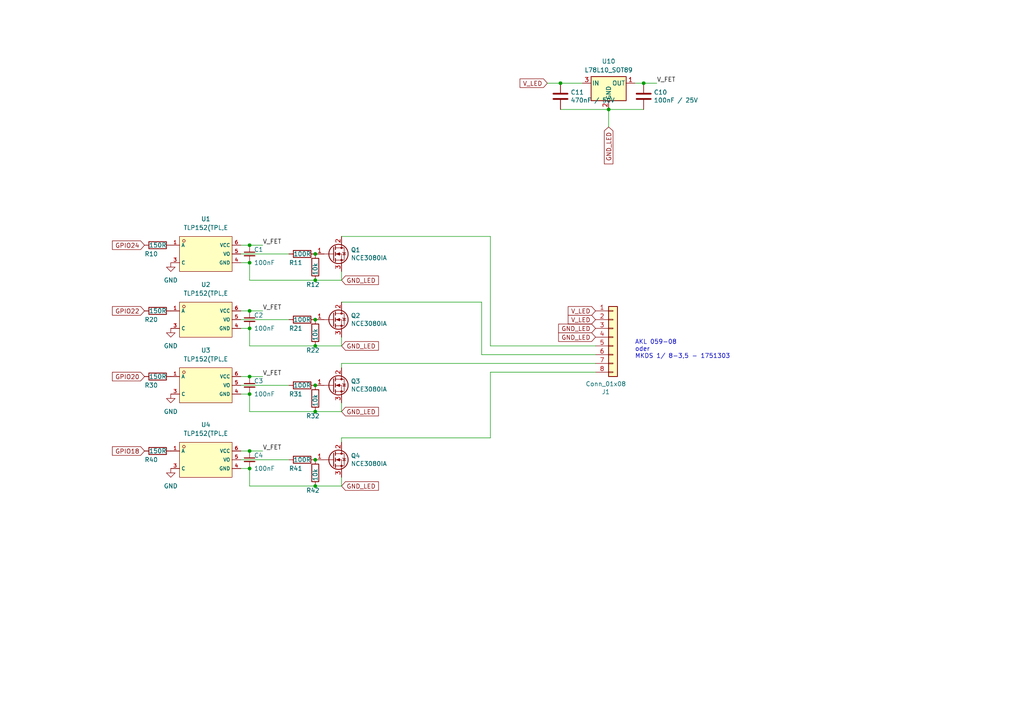
<source format=kicad_sch>
(kicad_sch (version 20230121) (generator eeschema)
  (paper "A4")
  (title_block (title "LED-UP1-4x24V") (date "2024-03-28") (rev "V00.01") (company "OpenKNX") (comment 1 "by Ing-Dom <dom@sing-dom.de>") (comment 4 "https://OpenKNX.de"))
  (lib_symbols
    (symbol "Connector_Generic:Conn_01x08" (pin_names (offset 1.016) hide)
      (property "Reference" "J" (at 0 10.16 0))
      (property "Value" "Conn_01x08" (at 0 -12.7 0))
      (symbol "Conn_01x08_1_1"
        (rectangle (start -1.27 -10.033) (end 0 -10.287) (stroke (width 0.1524)))
        (rectangle (start -1.27 -7.493) (end 0 -7.747) (stroke (width 0.1524)))
        (rectangle (start -1.27 -4.953) (end 0 -5.207) (stroke (width 0.1524)))
        (rectangle (start -1.27 -2.413) (end 0 -2.667) (stroke (width 0.1524)))
        (rectangle (start -1.27 0.127) (end 0 -0.127) (stroke (width 0.1524)))
        (rectangle (start -1.27 2.667) (end 0 2.413) (stroke (width 0.1524)))
        (rectangle (start -1.27 5.207) (end 0 4.953) (stroke (width 0.1524)))
        (rectangle (start -1.27 7.747) (end 0 7.493) (stroke (width 0.1524)))
        (rectangle (start -1.27 8.89) (end 1.27 -11.43) (stroke (width 0.254)) (fill (type background)))
        (pin passive line (at -5.08 7.62 0) (length 3.81) (name "Pin_1") (number "1"))
        (pin passive line (at -5.08 5.08 0) (length 3.81) (name "Pin_2") (number "2"))
        (pin passive line (at -5.08 2.54 0) (length 3.81) (name "Pin_3") (number "3"))
        (pin passive line (at -5.08 0 0) (length 3.81) (name "Pin_4") (number "4"))
        (pin passive line (at -5.08 -2.54 0) (length 3.81) (name "Pin_5") (number "5"))
        (pin passive line (at -5.08 -5.08 0) (length 3.81) (name "Pin_6") (number "6"))
        (pin passive line (at -5.08 -7.62 0) (length 3.81) (name "Pin_7") (number "7"))
        (pin passive line (at -5.08 -10.16 0) (length 3.81) (name "Pin_8") (number "8"))
      )
    )
    (symbol "Device:C" (pin_numbers hide) (pin_names (offset 0.254))
      (property "Reference" "C" (at 0.635 2.54 0))
      (property "Value" "C" (at 0.635 -2.54 0))
      (symbol "C_0_1"
        (polyline (pts (xy -2.032 -0.762) (xy 2.032 -0.762)) (stroke (width 0.508)))
        (polyline (pts (xy -2.032 0.762) (xy 2.032 0.762)) (stroke (width 0.508)))
      )
      (symbol "C_1_1"
        (pin passive line (at 0 3.81 270) (length 2.794) (name "~") (number "1"))
        (pin passive line (at 0 -3.81 90) (length 2.794) (name "~") (number "2"))
      )
    )
    (symbol "Device:C_Small" (pin_numbers hide) (pin_names (offset 0.254) hide)
      (property "Reference" "C" (at 0.254 1.778 0))
      (property "Value" "C_Small" (at 0.254 -2.032 0))
      (symbol "C_Small_0_1"
        (polyline (pts (xy -1.524 -0.508) (xy 1.524 -0.508)) (stroke (width 0.3302)))
        (polyline (pts (xy -1.524 0.508) (xy 1.524 0.508)) (stroke (width 0.3048)))
      )
      (symbol "C_Small_1_1"
        (pin passive line (at 0 2.54 270) (length 2.032) (name "~") (number "1"))
        (pin passive line (at 0 -2.54 90) (length 2.032) (name "~") (number "2"))
      )
    )
    (symbol "Device:R" (pin_numbers hide) (pin_names (offset 0))
      (property "Reference" "R" (at 2.032 0 90))
      (property "Value" "R" (at 0 0 90))
      (symbol "R_0_1"
        (rectangle (start -1.016 -2.54) (end 1.016 2.54) (stroke (width 0.254)))
      )
      (symbol "R_1_1"
        (pin passive line (at 0 3.81 270) (length 1.27) (name "~") (number "1"))
        (pin passive line (at 0 -3.81 90) (length 1.27) (name "~") (number "2"))
      )
    )
    (symbol "EasyEDALib:TLP152(TPL,E"
      (property "Reference" "U" (at 0 1.27 0))
      (property "Value" "TLP152(TPL,E" (at 0 -2.54 0))
      (symbol "TLP152(TPL,E_0_1"
        (rectangle (start -7.62 5.08) (end 7.62 -5.08) (fill (type background)))
        (circle (center -6.35 3.81) (radius 0.381) (fill (type background)))
        (pin unspecified line (at -10.16 2.54 0) (length 2.54) (name "A") (number "1"))
        (pin unspecified line (at -10.16 -2.54 0) (length 2.54) (name "C") (number "3"))
        (pin unspecified line (at 10.16 -2.54 180) (length 2.54) (name "GND") (number "4"))
        (pin unspecified line (at 10.16 0 180) (length 2.54) (name "VO") (number "5"))
        (pin unspecified line (at 10.16 2.54 180) (length 2.54) (name "VCC") (number "6"))
      )
    )
    (symbol "Regulator_Linear:L78L10_SOT89" (pin_names (offset 0.254))
      (property "Reference" "U" (at -3.81 3.175 0))
      (property "Value" "L78L10_SOT89" (at -0.635 3.175 0))
      (symbol "L78L10_SOT89_0_1"
        (rectangle (start -5.08 1.905) (end 5.08 -5.08) (stroke (width 0.254)) (fill (type background)))
      )
      (symbol "L78L10_SOT89_1_1"
        (pin power_out line (at 7.62 0 180) (length 2.54) (name "OUT") (number "1"))
        (pin power_in line (at 0 -7.62 90) (length 2.54) (name "GND") (number "2"))
        (pin power_in line (at -7.62 0 0) (length 2.54) (name "IN") (number "3"))
      )
    )
    (symbol "Transistor_FET:IRF3205" (pin_names hide)
      (property "Reference" "Q" (at 6.35 1.905 0))
      (property "Value" "IRF3205" (at 6.35 0 0))
      (symbol "IRF3205_0_1"
        (polyline (pts (xy 0.254 0) (xy -2.54 0)))
        (polyline (pts (xy 0.254 1.905) (xy 0.254 -1.905)) (stroke (width 0.254)))
        (polyline (pts (xy 0.762 -1.27) (xy 0.762 -2.286)) (stroke (width 0.254)))
        (polyline (pts (xy 0.762 0.508) (xy 0.762 -0.508)) (stroke (width 0.254)))
        (polyline (pts (xy 0.762 2.286) (xy 0.762 1.27)) (stroke (width 0.254)))
        (polyline (pts (xy 2.54 2.54) (xy 2.54 1.778)))
        (polyline (pts (xy 2.54 -2.54) (xy 2.54 0) (xy 0.762 0)))
        (polyline (pts (xy 0.762 -1.778) (xy 3.302 -1.778) (xy 3.302 1.778) (xy 0.762 1.778)))
        (polyline (pts (xy 1.016 0) (xy 2.032 0.381) (xy 2.032 -0.381) (xy 1.016 0)) (fill (type outline)))
        (polyline (pts (xy 2.794 0.508) (xy 2.921 0.381) (xy 3.683 0.381) (xy 3.81 0.254)))
        (polyline (pts (xy 3.302 0.381) (xy 2.921 -0.254) (xy 3.683 -0.254) (xy 3.302 0.381)))
        (circle (center 1.651 0) (radius 2.794) (stroke (width 0.254)))
        (circle (center 2.54 -1.778) (radius 0.254) (fill (type outline)))
        (circle (center 2.54 1.778) (radius 0.254) (fill (type outline)))
      )
      (symbol "IRF3205_1_1"
        (pin input line (at -5.08 0 0) (length 2.54) (name "G") (number "1"))
        (pin passive line (at 2.54 5.08 270) (length 2.54) (name "D") (number "2"))
        (pin passive line (at 2.54 -5.08 90) (length 2.54) (name "S") (number "3"))
      )
    )
    (symbol "power:GND" (power) (pin_names (offset 0))
      (property "Value" "GND" (at 0 -3.81 0))
      (symbol "GND_0_1"
        (polyline (pts (xy 0 0) (xy 0 -1.27) (xy 1.27 -1.27) (xy 0 -2.54) (xy -1.27 -1.27) (xy 0 -1.27)))
      )
      (symbol "GND_1_1"
        (pin power_in line (at 0 0 270) (length 0) hide (name "GND") (number "1"))
      )
    )
  )
  (junction (at 91.44 92.71))
  (junction (at 162.56 24.13))
  (junction (at 91.44 73.66))
  (junction (at 91.44 81.28))
  (junction (at 91.44 111.76))
  (junction (at 91.44 140.97))
  (junction (at 72.39 76.2))
  (junction (at 72.39 114.3))
  (junction (at 91.44 100.33))
  (junction (at 91.44 119.38))
  (junction (at 186.69 24.13))
  (junction (at 72.39 130.81))
  (junction (at 91.44 133.35))
  (junction (at 72.39 135.89))
  (junction (at 176.53 31.75))
  (junction (at 72.39 95.25))
  (junction (at 72.39 90.17))
  (junction (at 72.39 109.22))
  (junction (at 72.39 71.12))
  (wire (pts (xy 72.39 90.17) (xy 76.2 90.17)))
  (wire (pts (xy 72.39 140.97) (xy 91.44 140.97)))
  (wire (pts (xy 99.06 116.84) (xy 99.06 119.38)))
  (wire (pts (xy 99.06 119.38) (xy 91.44 119.38)))
  (wire (pts (xy 69.85 135.89) (xy 72.39 135.89)))
  (wire (pts (xy 142.24 107.95) (xy 172.72 107.95)))
  (wire (pts (xy 69.85 130.81) (xy 72.39 130.81)))
  (wire (pts (xy 190.5 24.13) (xy 186.69 24.13)))
  (wire (pts (xy 99.06 78.74) (xy 99.06 81.28)))
  (wire (pts (xy 72.39 114.3) (xy 72.39 119.38)))
  (wire (pts (xy 72.39 119.38) (xy 91.44 119.38)))
  (wire (pts (xy 69.85 92.71) (xy 83.82 92.71)))
  (wire (pts (xy 142.24 68.58) (xy 142.24 100.33)))
  (wire (pts (xy 139.7 87.63) (xy 99.06 87.63)))
  (wire (pts (xy 69.85 133.35) (xy 83.82 133.35)))
  (wire (pts (xy 69.85 111.76) (xy 83.82 111.76)))
  (wire (pts (xy 142.24 127) (xy 99.06 127)))
  (wire (pts (xy 186.69 31.75) (xy 176.53 31.75)))
  (wire (pts (xy 72.39 100.33) (xy 91.44 100.33)))
  (wire (pts (xy 72.39 130.81) (xy 76.2 130.81)))
  (wire (pts (xy 69.85 76.2) (xy 72.39 76.2)))
  (wire (pts (xy 172.72 100.33) (xy 142.24 100.33)))
  (wire (pts (xy 72.39 81.28) (xy 91.44 81.28)))
  (wire (pts (xy 72.39 135.89) (xy 72.39 140.97)))
  (wire (pts (xy 139.7 87.63) (xy 139.7 102.87)))
  (wire (pts (xy 158.75 24.13) (xy 162.56 24.13)))
  (wire (pts (xy 176.53 31.75) (xy 176.53 36.83)))
  (wire (pts (xy 99.06 97.79) (xy 99.06 100.33)))
  (wire (pts (xy 184.15 24.13) (xy 186.69 24.13)))
  (wire (pts (xy 99.06 105.41) (xy 99.06 106.68)))
  (wire (pts (xy 99.06 138.43) (xy 99.06 140.97)))
  (wire (pts (xy 69.85 90.17) (xy 72.39 90.17)))
  (wire (pts (xy 162.56 31.75) (xy 176.53 31.75)))
  (wire (pts (xy 69.85 114.3) (xy 72.39 114.3)))
  (wire (pts (xy 72.39 95.25) (xy 72.39 100.33)))
  (wire (pts (xy 139.7 102.87) (xy 172.72 102.87)))
  (wire (pts (xy 99.06 100.33) (xy 91.44 100.33)))
  (wire (pts (xy 69.85 71.12) (xy 72.39 71.12)))
  (wire (pts (xy 69.85 73.66) (xy 83.82 73.66)))
  (wire (pts (xy 99.06 68.58) (xy 142.24 68.58)))
  (wire (pts (xy 142.24 127) (xy 142.24 107.95)))
  (wire (pts (xy 99.06 140.97) (xy 91.44 140.97)))
  (wire (pts (xy 72.39 76.2) (xy 72.39 81.28)))
  (wire (pts (xy 99.06 127) (xy 99.06 128.27)))
  (wire (pts (xy 69.85 95.25) (xy 72.39 95.25)))
  (wire (pts (xy 99.06 105.41) (xy 172.72 105.41)))
  (wire (pts (xy 69.85 109.22) (xy 72.39 109.22)))
  (wire (pts (xy 99.06 81.28) (xy 91.44 81.28)))
  (wire (pts (xy 72.39 71.12) (xy 76.2 71.12)))
  (wire (pts (xy 162.56 24.13) (xy 168.91 24.13)))
  (wire (pts (xy 72.39 109.22) (xy 76.2 109.22)))
  (text "AKL 059-08\noder\nMKDS 1/ 8-3,5 - 1751303" (at 184.15 104.14 0) (effects (font (size 1.27 1.27)) (justify left bottom)))
  (label "V_FET" (at 76.2 109.22 0))
  (label "V_FET" (at 76.2 71.12 0))
  (label "V_FET" (at 76.2 130.81 0))
  (label "V_FET" (at 76.2 90.17 0))
  (label "V_FET" (at 190.5 24.13 0))
  (global_label "GPIO24" (shape input) (at 41.91 71.12 180) (property "Intersheetrefs" "${INTERSHEET_REFS}" (effects hide)))
  (global_label "V_LED" (shape input) (at 172.72 92.71 180) (property "Intersheetrefs" "${INTERSHEET_REFS}" (effects hide)))
  (global_label "GND_LED" (shape input) (at 99.06 100.33 0) (property "Intersheetrefs" "${INTERSHEET_REFS}" (effects hide)))
  (global_label "V_LED" (shape input) (at 172.72 90.17 180) (property "Intersheetrefs" "${INTERSHEET_REFS}" (effects hide)))
  (global_label "GPIO18" (shape input) (at 41.91 130.81 180) (property "Intersheetrefs" "${INTERSHEET_REFS}" (effects hide)))
  (global_label "GND_LED" (shape input) (at 172.72 97.79 180) (property "Intersheetrefs" "${INTERSHEET_REFS}" (effects hide)))
  (global_label "GND_LED" (shape input) (at 99.06 119.38 0) (property "Intersheetrefs" "${INTERSHEET_REFS}" (effects hide)))
  (global_label "GND_LED" (shape input) (at 176.53 36.83 270) (property "Intersheetrefs" "${INTERSHEET_REFS}" (effects hide)))
  (global_label "GPIO22" (shape input) (at 41.91 90.17 180) (property "Intersheetrefs" "${INTERSHEET_REFS}" (effects hide)))
  (global_label "GPIO20" (shape input) (at 41.91 109.22 180) (property "Intersheetrefs" "${INTERSHEET_REFS}" (effects hide)))
  (global_label "GND_LED" (shape input) (at 99.06 140.97 0) (property "Intersheetrefs" "${INTERSHEET_REFS}" (effects hide)))
  (global_label "V_LED" (shape input) (at 158.75 24.13 180) (property "Intersheetrefs" "${INTERSHEET_REFS}" (effects hide)))
  (global_label "GND_LED" (shape input) (at 172.72 95.25 180) (property "Intersheetrefs" "${INTERSHEET_REFS}" (effects hide)))
  (global_label "GND_LED" (shape input) (at 99.06 81.28 0) (property "Intersheetrefs" "${INTERSHEET_REFS}" (effects hide)))
  (symbol (lib_id "Device:C") (at 186.69 27.94 0) (unit 1)
    (property "Reference" "C10" (at 189.611 26.7716 0) (effects (justify left)))
    (property "Value" "100nF / 25V" (at 189.611 29.083 0) (effects (justify left)))
    (property "Footprint" "Capacitor_SMD:C_0805_2012Metric" (effects hide))
    (property "LCSC" "C49678" (effects hide))
    (instances (project "LED-UP1-4x24V" (path "" (reference "C10") (unit 1))) (project "LED-UP1-6x24V" (path "" (reference "C4") (unit 1))))
  )
  (symbol (lib_id "Connector_Generic:Conn_01x08") (at 177.8 97.79 0) (unit 1)
    (property "Reference" "J1" (at 175.7172 113.665 0))
    (property "Value" "Conn_01x08" (at 175.7172 111.3536 0))
    (property "Footprint" "DomsKiCADLib:PhoenixContact_MKDS_1,5_8-G-3.5_1x08_P3.5mm_Horizontal" (effects hide))
    (property "LCSC" "C5184954" (effects hide))
  )
  (symbol (lib_id "Transistor_FET:IRF3205") (at 96.52 133.35 0) (unit 1)
    (property "Reference" "Q4" (at 101.7524 132.1816 0) (effects (justify left)))
    (property "Value" "NCE3080IA" (at 101.7524 134.493 0) (effects (justify left)))
    (property "Footprint" "DomsKiCADLib:TO-251-3_Vertical_lowprofile" (effects hide))
    (property "LCSC" "C326369" (effects hide))
  )
  (symbol (lib_id "Device:R") (at 91.44 137.16 180) (unit 1)
    (property "Reference" "R42" (at 92.71 142.24 0) (effects (justify left)))
    (property "Value" "10k" (at 91.44 135.89 90) (effects (justify left)))
    (property "Footprint" "Resistor_SMD:R_0402_1005Metric" (effects hide))
    (property "LCSC" "C25744" (effects hide))
    (instances (project "LED-UP1-4x24V" (path "" (reference "R42") (unit 1))) (project "LED-UP1-6x24V" (path "" (reference "R12") (unit 1))))
  )
  (symbol (lib_id "Device:R") (at 87.63 133.35 270) (unit 1)
    (property "Reference" "R41" (at 83.82 135.89 90) (effects (justify left)))
    (property "Value" "100R" (at 85.09 133.35 90) (effects (justify left)))
    (property "Footprint" "Resistor_SMD:R_0402_1005Metric" (effects hide))
    (property "LCSC" "C25076" (effects hide))
    (instances (project "LED-UP1-4x24V" (path "" (reference "R41") (unit 1))) (project "LED-UP1-6x24V" (path "" (reference "R13") (unit 1))))
  )
  (symbol (lib_id "Device:R") (at 45.72 109.22 270) (unit 1)
    (property "Reference" "R30" (at 41.91 111.76 90) (effects (justify left)))
    (property "Value" "150R" (at 43.18 109.22 90) (effects (justify left)))
    (property "Footprint" "Resistor_SMD:R_0603_1608Metric" (effects hide))
    (property "LCSC" "C22808" (effects hide))
    (instances (project "LED-UP1-4x24V" (path "" (reference "R30") (unit 1))) (project "LED-UP1-6x24V" (path "" (reference "R13") (unit 1))))
  )
  (symbol (lib_id "EasyEDALib:TLP152(TPL,E") (at 59.69 92.71 0) (unit 1)
    (property "Reference" "U2" (at 59.69 82.55 0))
    (property "Value" "TLP152(TPL,E" (at 59.69 85.09 0))
    (property "Footprint" "EasyEDALib:OPTO-SMD_SO-5_L4.6-W3.7-P1.27-BR" (effects hide))
    (property "Datasheet" "https://item.szlcsc.com/100698.html" (effects hide))
    (property "LCSC" "C150122" (effects hide))
  )
  (symbol (lib_id "power:GND") (at 49.53 114.3 0) (unit 1)
    (property "Reference" "#PWR019" (effects hide))
    (property "Value" "GND" (at 49.53 119.38 0))
  )
  (symbol (lib_id "power:GND") (at 49.53 76.2 0) (unit 1)
    (property "Reference" "#PWR014" (effects hide))
    (property "Value" "GND" (at 49.53 81.28 0))
  )
  (symbol (lib_id "Device:C_Small") (at 72.39 73.66 0) (unit 1)
    (property "Reference" "C1" (at 73.66 72.39 0) (effects (justify left)))
    (property "Value" "100nF" (at 73.66 76.2 0) (effects (justify left)))
    (property "Footprint" "Capacitor_SMD:C_0402_1005Metric" (effects hide))
    (property "LCSC" "C307331" (effects hide))
  )
  (symbol (lib_id "EasyEDALib:TLP152(TPL,E") (at 59.69 73.66 0) (unit 1)
    (property "Reference" "U1" (at 59.69 63.5 0))
    (property "Value" "TLP152(TPL,E" (at 59.69 66.04 0))
    (property "Footprint" "EasyEDALib:OPTO-SMD_SO-5_L4.6-W3.7-P1.27-BR" (effects hide))
    (property "Datasheet" "https://item.szlcsc.com/100698.html" (effects hide))
    (property "LCSC" "C150122" (effects hide))
  )
  (symbol (lib_id "Device:C_Small") (at 72.39 133.35 0) (unit 1)
    (property "Reference" "C4" (at 73.66 132.08 0) (effects (justify left)))
    (property "Value" "100nF" (at 73.66 135.89 0) (effects (justify left)))
    (property "Footprint" "Capacitor_SMD:C_0402_1005Metric" (effects hide))
    (property "LCSC" "C307331" (effects hide))
  )
  (symbol (lib_id "power:GND") (at 49.53 95.25 0) (unit 1)
    (property "Reference" "#PWR017" (effects hide))
    (property "Value" "GND" (at 49.53 100.33 0))
  )
  (symbol (lib_id "Device:C_Small") (at 72.39 111.76 0) (unit 1)
    (property "Reference" "C3" (at 73.66 110.49 0) (effects (justify left)))
    (property "Value" "100nF" (at 73.66 114.3 0) (effects (justify left)))
    (property "Footprint" "Capacitor_SMD:C_0402_1005Metric" (effects hide))
    (property "LCSC" "C307331" (effects hide))
  )
  (symbol (lib_id "Device:C") (at 162.56 27.94 0) (unit 1)
    (property "Reference" "C11" (at 165.481 26.7716 0) (effects (justify left)))
    (property "Value" "470nF / 50V" (at 165.481 29.083 0) (effects (justify left)))
    (property "Footprint" "Capacitor_SMD:C_0805_2012Metric" (effects hide))
    (property "LCSC" "C13967" (effects hide))
    (instances (project "LED-UP1-4x24V" (path "" (reference "C11") (unit 1))) (project "LED-UP1-6x24V" (path "" (reference "C4") (unit 1))))
  )
  (symbol (lib_id "Transistor_FET:IRF3205") (at 96.52 92.71 0) (unit 1)
    (property "Reference" "Q2" (at 101.7524 91.5416 0) (effects (justify left)))
    (property "Value" "NCE3080IA" (at 101.7524 93.853 0) (effects (justify left)))
    (property "Footprint" "DomsKiCADLib:TO-251-3_Vertical_lowprofile" (effects hide))
    (property "LCSC" "C326369" (effects hide))
    (instances (project "LED-UP1-4x24V" (path "" (reference "Q2") (unit 1))) (project "LED-UP1-6x24V" (path "" (reference "Q4") (unit 1))))
  )
  (symbol (lib_id "Device:R") (at 87.63 73.66 270) (unit 1)
    (property "Reference" "R11" (at 83.82 76.2 90) (effects (justify left)))
    (property "Value" "100R" (at 85.09 73.66 90) (effects (justify left)))
    (property "Footprint" "Resistor_SMD:R_0402_1005Metric" (effects hide))
    (property "LCSC" "C25076" (effects hide))
    (instances (project "LED-UP1-4x24V" (path "" (reference "R11") (unit 1))) (project "LED-UP1-6x24V" (path "" (reference "R13") (unit 1))))
  )
  (symbol (lib_id "EasyEDALib:TLP152(TPL,E") (at 59.69 133.35 0) (unit 1)
    (property "Reference" "U4" (at 59.69 123.19 0))
    (property "Value" "TLP152(TPL,E" (at 59.69 125.73 0))
    (property "Footprint" "EasyEDALib:OPTO-SMD_SO-5_L4.6-W3.7-P1.27-BR" (effects hide))
    (property "Datasheet" "https://item.szlcsc.com/100698.html" (effects hide))
    (property "LCSC" "C150122" (effects hide))
  )
  (symbol (lib_id "Device:R") (at 91.44 77.47 180) (unit 1)
    (property "Reference" "R12" (at 92.71 82.55 0) (effects (justify left)))
    (property "Value" "10k" (at 91.44 76.2 90) (effects (justify left)))
    (property "Footprint" "Resistor_SMD:R_0402_1005Metric" (effects hide))
    (property "LCSC" "C25744" (effects hide))
  )
  (symbol (lib_id "Transistor_FET:IRF3205") (at 96.52 73.66 0) (unit 1)
    (property "Reference" "Q1" (at 101.7524 72.4916 0) (effects (justify left)))
    (property "Value" "NCE3080IA" (at 101.7524 74.803 0) (effects (justify left)))
    (property "Footprint" "DomsKiCADLib:TO-251-3_Vertical_lowprofile" (effects hide))
    (property "LCSC" "C326369" (effects hide))
    (instances (project "LED-UP1-4x24V" (path "" (reference "Q1") (unit 1))) (project "LED-UP1-6x24V" (path "" (reference "Q4") (unit 1))))
  )
  (symbol (lib_id "Device:R") (at 45.72 71.12 270) (unit 1)
    (property "Reference" "R10" (at 41.91 73.66 90) (effects (justify left)))
    (property "Value" "150R" (at 43.18 71.12 90) (effects (justify left)))
    (property "Footprint" "Resistor_SMD:R_0603_1608Metric" (effects hide))
    (property "LCSC" "C22808" (effects hide))
    (instances (project "LED-UP1-4x24V" (path "" (reference "R10") (unit 1))) (project "LED-UP1-6x24V" (path "" (reference "R13") (unit 1))))
  )
  (symbol (lib_id "Device:R") (at 45.72 130.81 270) (unit 1)
    (property "Reference" "R40" (at 41.91 133.35 90) (effects (justify left)))
    (property "Value" "150R" (at 43.18 130.81 90) (effects (justify left)))
    (property "Footprint" "Resistor_SMD:R_0603_1608Metric" (effects hide))
    (property "LCSC" "C22808" (effects hide))
    (instances (project "LED-UP1-4x24V" (path "" (reference "R40") (unit 1))) (project "LED-UP1-6x24V" (path "" (reference "R13") (unit 1))))
  )
  (symbol (lib_id "Transistor_FET:IRF3205") (at 96.52 111.76 0) (unit 1)
    (property "Reference" "Q3" (at 101.7524 110.5916 0) (effects (justify left)))
    (property "Value" "NCE3080IA" (at 101.7524 112.903 0) (effects (justify left)))
    (property "Footprint" "DomsKiCADLib:TO-251-3_Vertical_lowprofile" (effects hide))
    (property "LCSC" "C326369" (effects hide))
    (instances (project "LED-UP1-4x24V" (path "" (reference "Q3") (unit 1))) (project "LED-UP1-6x24V" (path "" (reference "Q4") (unit 1))))
  )
  (symbol (lib_id "Device:R") (at 45.72 90.17 270) (unit 1)
    (property "Reference" "R20" (at 41.91 92.71 90) (effects (justify left)))
    (property "Value" "150R" (at 43.18 90.17 90) (effects (justify left)))
    (property "Footprint" "Resistor_SMD:R_0603_1608Metric" (effects hide))
    (property "LCSC" "C22808" (effects hide))
    (instances (project "LED-UP1-4x24V" (path "" (reference "R20") (unit 1))) (project "LED-UP1-6x24V" (path "" (reference "R13") (unit 1))))
  )
  (symbol (lib_id "Device:C_Small") (at 72.39 92.71 0) (unit 1)
    (property "Reference" "C2" (at 73.66 91.44 0) (effects (justify left)))
    (property "Value" "100nF" (at 73.66 95.25 0) (effects (justify left)))
    (property "Footprint" "Capacitor_SMD:C_0402_1005Metric" (effects hide))
    (property "LCSC" "C307331" (effects hide))
  )
  (symbol (lib_id "Regulator_Linear:L78L10_SOT89") (at 176.53 24.13 0) (unit 1)
    (property "Reference" "U10" (at 176.53 17.78 0))
    (property "Value" "L78L10_SOT89" (at 176.53 20.32 0))
    (property "Footprint" "Package_TO_SOT_SMD:SOT-89-3" (effects hide))
    (property "LCSC" "C75500" (effects hide))
    (property "alt" "C259495 C2914435" (effects hide))
    (property "JLCPCB Rotation Offset" "180" (effects hide))
  )
  (symbol (lib_id "Device:R") (at 91.44 115.57 180) (unit 1)
    (property "Reference" "R32" (at 92.71 120.65 0) (effects (justify left)))
    (property "Value" "10k" (at 91.44 114.3 90) (effects (justify left)))
    (property "Footprint" "Resistor_SMD:R_0402_1005Metric" (effects hide))
    (property "LCSC" "C25744" (effects hide))
    (instances (project "LED-UP1-4x24V" (path "" (reference "R32") (unit 1))) (project "LED-UP1-6x24V" (path "" (reference "R12") (unit 1))))
  )
  (symbol (lib_id "Device:R") (at 91.44 96.52 180) (unit 1)
    (property "Reference" "R22" (at 92.71 101.6 0) (effects (justify left)))
    (property "Value" "10k" (at 91.44 95.25 90) (effects (justify left)))
    (property "Footprint" "Resistor_SMD:R_0402_1005Metric" (effects hide))
    (property "LCSC" "C25744" (effects hide))
    (instances (project "LED-UP1-4x24V" (path "" (reference "R22") (unit 1))) (project "LED-UP1-6x24V" (path "" (reference "R12") (unit 1))))
  )
  (symbol (lib_id "power:GND") (at 49.53 135.89 0) (unit 1)
    (property "Reference" "#PWR07" (effects hide))
    (property "Value" "GND" (at 49.53 140.97 0))
  )
  (symbol (lib_id "Device:R") (at 87.63 111.76 270) (unit 1)
    (property "Reference" "R31" (at 83.82 114.3 90) (effects (justify left)))
    (property "Value" "100R" (at 85.09 111.76 90) (effects (justify left)))
    (property "Footprint" "Resistor_SMD:R_0402_1005Metric" (effects hide))
    (property "LCSC" "C25076" (effects hide))
    (instances (project "LED-UP1-4x24V" (path "" (reference "R31") (unit 1))) (project "LED-UP1-6x24V" (path "" (reference "R13") (unit 1))))
  )
  (symbol (lib_id "EasyEDALib:TLP152(TPL,E") (at 59.69 111.76 0) (unit 1)
    (property "Reference" "U3" (at 59.69 101.6 0))
    (property "Value" "TLP152(TPL,E" (at 59.69 104.14 0))
    (property "Footprint" "EasyEDALib:OPTO-SMD_SO-5_L4.6-W3.7-P1.27-BR" (effects hide))
    (property "Datasheet" "https://item.szlcsc.com/100698.html" (effects hide))
    (property "LCSC" "C150122" (effects hide))
  )
  (symbol (lib_id "Device:R") (at 87.63 92.71 270) (unit 1)
    (property "Reference" "R21" (at 83.82 95.25 90) (effects (justify left)))
    (property "Value" "100R" (at 85.09 92.71 90) (effects (justify left)))
    (property "Footprint" "Resistor_SMD:R_0402_1005Metric" (effects hide))
    (property "LCSC" "C25076" (effects hide))
    (instances (project "LED-UP1-4x24V" (path "" (reference "R21") (unit 1))) (project "LED-UP1-6x24V" (path "" (reference "R13") (unit 1))))
  )
)
</source>
